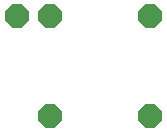
<source format=gtp>
G04*
G04 #@! TF.GenerationSoftware,Altium Limited,Altium Designer,19.1.5 (86)*
G04*
G04 Layer_Color=8421504*
%FSLAX25Y25*%
%MOIN*%
G70*
G01*
G75*
%ADD10P,0.08523X8X337.5*%
D10*
X133512Y55103D02*
D03*
X133512Y21697D02*
D03*
X166919Y21697D02*
D03*
X166919Y55103D02*
D03*
X122377D02*
D03*
M02*

</source>
